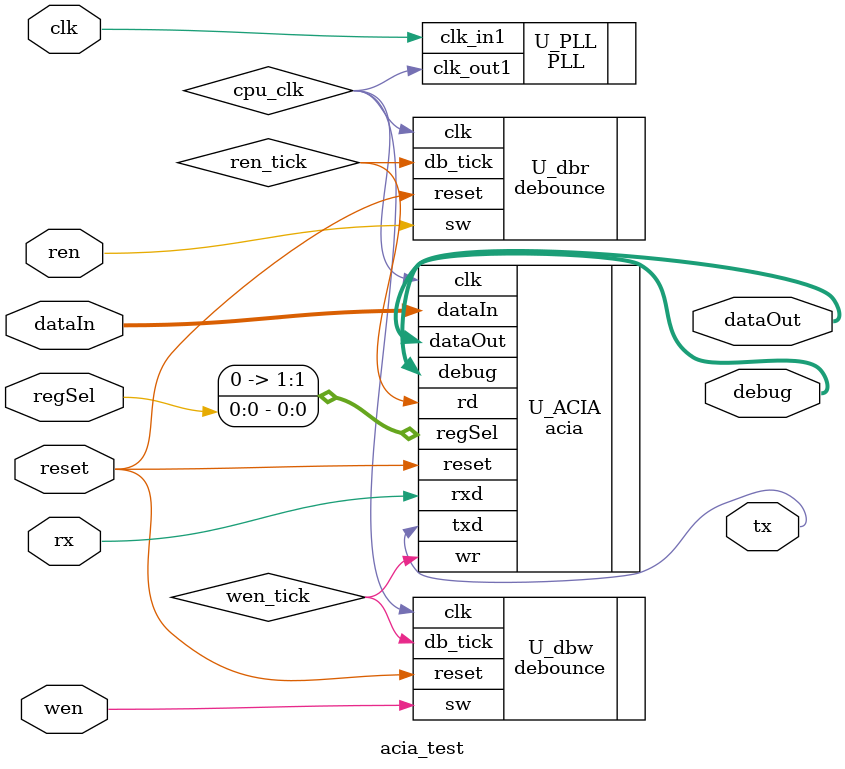
<source format=v>
`timescale 1ns / 1ps

module acia_test(
  input clk                     // 100 MHz
, input reset                   // btnC

, input rx, output tx           // RX/TX          
, input ren, input wen          // btnU, btnD
, input wire[7:0] dataIn        // SW[7:0]
, output wire[7:0] dataOut      // LED[7:0]
, input regSel                  // SW[15]
, output wire[7:0] debug
);

wire cpu_clk;

PLL U_PLL(
    .clk_out1(cpu_clk),     // output clk_out1
    .clk_in1(clk)           // input clk_in1
);      

debounce U_dbw(.clk(cpu_clk), .reset(reset), .sw(wen), .db_tick(wen_tick));
debounce U_dbr(.clk(cpu_clk), .reset(reset), .sw(ren), .db_tick(ren_tick));

acia U_ACIA(
    .clk(cpu_clk), .reset(reset),
    .wr(wen_tick), .rd(ren_tick), .regSel({1'b0,regSel}),
    .dataOut(dataOut), .dataIn(dataIn), .debug(debug),
    .rxd(rx), .txd(tx)
    );

endmodule

</source>
